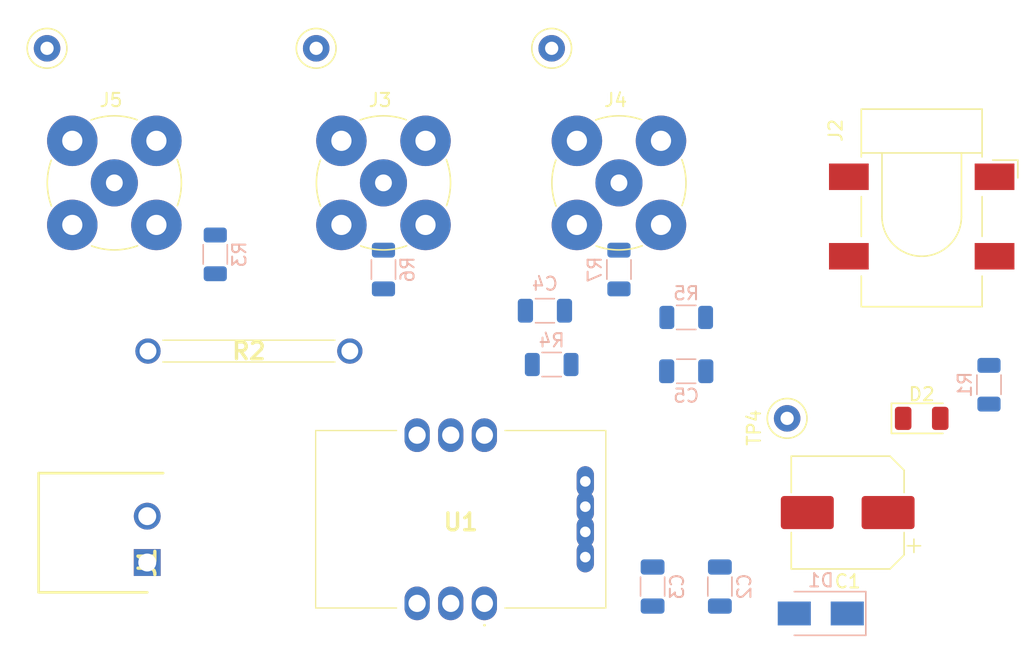
<source format=kicad_pcb>
(kicad_pcb (version 20211014) (generator pcbnew)
  (layers (0 "F.Cu" signal) (31 "B.Cu" signal) (34 "B.Paste" user) (35 "F.Paste" user) (36 "B.SilkS" user "B.Silkscreen") (37 "F.SilkS" user "F.Silkscreen") (38 "B.Mask" user) (39 "F.Mask" user) (44 "Edge.Cuts" user))
  (net 0 "")
  (net 1 "+5V")
  (net 2 "GND")
  (net 3 "/V_Ref")
  (net 4 "/V_Out")
  (net 5 "Net-(D2-Pad2)")
  (net 6 "/Current_in")
  (net 7 "/V_Ref_terminated")
  (net 8 "/V_Out_terminated")
  (net 9 "/Shunt_terminated")
  (net 10 "/Shunt_current")
  (footprint "Custom_library:CASR6NP" (layer "F.Cu") (at 68.58 152.4 180)
    (fp_text reference "U1" (at -0.755 -0.215) (layer "F.SilkS") (effects (font (size 1.27 1.27) (thickness 0.254))))
    (fp_text value "CASR_6-NP" hide)
    (fp_line (start -11.71 6.7) (end -4.09 6.7) (layer "F.SilkS") (width 0.1))
    (fp_line (start 10.2 6.7) (end 4.09 6.7) (layer "F.SilkS") (width 0.1))
    (fp_line (start 4.09 -6.7) (end 10.2 -6.7) (layer "F.SilkS") (width 0.1))
    (fp_line (start 10.2 -6.7) (end 10.2 6.7) (layer "F.SilkS") (width 0.1))
    (fp_line (start -11.71 -6.7) (end -11.71 6.7) (layer "F.SilkS") (width 0.1))
    (fp_line (start -2.5 -8) (end -2.5 -8) (layer "F.SilkS") (width 0.1))
    (fp_line (start -4.09 -6.7) (end -11.71 -6.7) (layer "F.SilkS") (width 0.1))
    (fp_line (start -2.6 -8) (end -2.6 -8) (layer "F.SilkS") (width 0.1))
    (fp_arc (start -2.6 -8) (mid -2.55 -8.05) (end -2.5 -8) (layer "F.SilkS") (width 0.1))
    (fp_arc (start -2.5 -8) (mid -2.55 -7.95) (end -2.6 -8) (layer "F.SilkS") (width 0.1))
    (pad "1" thru_hole oval (at -2.54 -6.35 180) (size 1.9 2.54) (drill 1.3) (layers *.Cu *.Mask) (net 6 "/Current_in"))
    (pad "2" thru_hole oval (at 0 -6.35 180) (size 1.9 2.54) (drill 1.3) (layers *.Cu *.Mask) (net 6 "/Current_in"))
    (pad "3" thru_hole oval (at 2.54 -6.35 180) (size 1.9 2.54) (drill 1.3) (layers *.Cu *.Mask) (net 6 "/Current_in"))
    (pad "8" thru_hole oval (at 2.54 6.35 180) (size 1.9 2.54) (drill 1.3) (layers *.Cu *.Mask) (net 10 "/Shunt_current"))
    (pad "9" thru_hole oval (at 0 6.35 180) (size 1.9 2.54) (drill 1.3) (layers *.Cu *.Mask) (net 10 "/Shunt_current"))
    (pad "10" thru_hole oval (at -2.54 6.35 180) (size 1.9 2.54) (drill 1.3) (layers *.Cu *.Mask) (net 10 "/Shunt_current"))
    (pad "11" thru_hole oval (at -10.16 2.857 180) (size 1.3 2.3) (drill 0.8) (layers *.Cu *.Mask) (net 3 "/V_Ref"))
    (pad "12" thru_hole oval (at -10.16 0.952 180) (size 1.3 2.3) (drill 0.8) (layers *.Cu *.Mask) (net 4 "/V_Out"))
    (pad "13" thru_hole oval (at -10.16 -0.952 180) (size 1.3 2.3) (drill 0.8) (layers *.Cu *.Mask) (net 2 "GND"))
    (pad "14" thru_hole oval (at -10.16 -2.857 180) (size 1.3 2.3) (drill 0.8) (layers *.Cu *.Mask) (net 1 "+5V"))
  )
  (footprint "Custom_library:Shunt_Resistor" (layer "F.Cu") (at 60.96 139.7 180)
    (fp_text reference "R2" (at 7.62 0) (layer "F.SilkS") (effects (font (size 1.27 1.27) (thickness 0.254))))
    (fp_text value "OAR3 - R020FI" hide)
    (fp_line (start 1.12 0.825) (end 14.12 0.825) (layer "F.SilkS") (width 0.1))
    (fp_line (start 1.12 -0.825) (end 14.12 -0.825) (layer "F.SilkS") (width 0.1))
    (pad "1" thru_hole circle (at 0 0 180) (size 1.906 1.906) (drill 1.271) (layers *.Cu *.Mask) (net 10 "/Shunt_current"))
    (pad "2" thru_hole circle (at 15.24 0 180) (size 1.906 1.906) (drill 1.271) (layers *.Cu *.Mask) (net 2 "GND"))
  )
  (footprint "TestPoint:TestPoint_Loop_D2.50mm_Drill1.0mm" (layer "F.Cu") (at 58.42 116.84)
    (fp_text reference "TP2")
    (fp_text value "TestPoint")
    (fp_circle (center 0 0) (end 1.5 0) (layer "F.SilkS") (width 0.12) (fill none))
    (pad "1" thru_hole circle (at 0 0) (size 2 2) (drill 1) (layers *.Cu *.Mask) (net 7 "/V_Ref_terminated"))
  )
  (footprint "TestPoint:TestPoint_Loop_D2.50mm_Drill1.0mm" (layer "F.Cu") (at 38.1 116.84)
    (fp_text reference "TP1")
    (fp_text value "TestPoint")
    (fp_circle (center 0 0) (end 1.5 0) (layer "F.SilkS") (width 0.12) (fill none))
    (pad "1" thru_hole circle (at 0 0) (size 2 2) (drill 1) (layers *.Cu *.Mask) (net 9 "/Shunt_terminated"))
  )
  (footprint "Connector_Coaxial:BNC_TEConnectivity_1478204_Vertical" (layer "F.Cu") (at 43.18 127)
    (fp_text reference "J5" (at -0.25 -6.25) (layer "F.SilkS"))
    (fp_text value "Conn_Coaxial")
    (fp_arc (start -4.75 1.75) (mid -5.062075 0.019867) (end -4.763589 -1.712663) (layer "F.SilkS") (width 0.12))
    (fp_arc (start -1.75 -4.75) (mid -0.019867 -5.062075) (end 1.712663 -4.763589) (layer "F.SilkS") (width 0.12))
    (fp_arc (start 4.75 -1.75) (mid 5.062075 -0.019867) (end 4.763589 1.712663) (layer "F.SilkS") (width 0.12))
    (fp_arc (start 1.75 4.75) (mid 0.019867 5.062075) (end -1.712663 4.763589) (layer "F.SilkS") (width 0.12))
    (pad "1" thru_hole circle (at 0 0) (size 3.556 3.556) (drill 1.27) (layers *.Cu *.Mask) (net 9 "/Shunt_terminated"))
    (pad "2" thru_hole circle (at -3.175 -3.175) (size 3.81 3.81) (drill 1.524) (layers *.Cu *.Mask) (net 2 "GND"))
    (pad "2" thru_hole circle (at -3.175 3.175) (size 3.81 3.81) (drill 1.524) (layers *.Cu *.Mask) (net 2 "GND"))
    (pad "2" thru_hole circle (at 3.175 3.175) (size 3.81 3.81) (drill 1.524) (layers *.Cu *.Mask) (net 2 "GND"))
    (pad "2" thru_hole circle (at 3.175 -3.175) (size 3.81 3.81) (drill 1.524) (layers *.Cu *.Mask) (net 2 "GND"))
  )
  (footprint "TestPoint:TestPoint_Loop_D2.50mm_Drill1.0mm" (layer "F.Cu") (at 76.2 116.84)
    (fp_text reference "TP3")
    (fp_text value "TestPoint")
    (fp_circle (center 0 0) (end 1.5 0) (layer "F.SilkS") (width 0.12) (fill none))
    (pad "1" thru_hole circle (at 0 0) (size 2 2) (drill 1) (layers *.Cu *.Mask) (net 8 "/V_Out_terminated"))
  )
  (footprint "Connector_BarrelJack:BarrelJack_CLIFF_FC681465S_SMT_Horizontal" (layer "F.Cu") (at 104.14 129.54 -90)
    (fp_text reference "J2" (at -6.5 6.5 90) (layer "F.SilkS"))
    (fp_text value "Barrel_Jack_Switch")
    (fp_line (start -1.5 4.56) (end 1.5 4.56) (layer "F.SilkS") (width 0.12))
    (fp_line (start -4.8 3) (end 0 3) (layer "F.SilkS") (width 0.12))
    (fp_line (start -4.8 4.56) (end -4.8 -4.56) (layer "F.SilkS") (width 0.12))
    (fp_line (start -1.5 -4.56) (end 1.5 -4.56) (layer "F.SilkS") (width 0.12))
    (fp_line (start -4.8 -3) (end 0 -3) (layer "F.SilkS") (width 0.12))
    (fp_line (start -8.11 4.56) (end -8.11 -4.56) (layer "F.SilkS") (width 0.12))
    (fp_line (start -4.26 -7.26) (end -4.26 -5.36) (layer "F.SilkS") (width 0.12))
    (fp_line (start 4.5 -4.56) (end 6.81 -4.56) (layer "F.SilkS") (width 0.12))
    (fp_line (start -8.11 4.56) (end -4.5 4.56) (layer "F.SilkS") (width 0.12))
    (fp_line (start -8.11 -4.56) (end -4.5 -4.56) (layer "F.SilkS") (width 0.12))
    (fp_line (start -2.92 -7.26) (end -4.26 -7.26) (layer "F.SilkS") (width 0.12))
    (fp_line (start 6.81 4.56) (end 6.81 -4.56) (layer "F.SilkS") (width 0.12))
    (fp_line (start 4.5 4.56) (end 6.81 4.56) (layer "F.SilkS") (width 0.12))
    (fp_arc (start 0 -3) (mid 3 0) (end 0 3) (layer "F.SilkS") (width 0.12))
    (pad "" np_thru_hole oval (at -2.9 0) (size 2 1.5) (drill oval 2 1.5) (layers *.Cu *.Mask))
    (pad "" np_thru_hole circle (at 1.5 0) (size 2 2) (drill 2) (layers *.Cu *.Mask))
    (pad "1" smd rect (at 3 -5.5) (size 3 2) (layers "F.Cu" "F.Paste" "F.Mask") (net 1 "+5V"))
    (pad "1" smd rect (at -3 -5.5) (size 3 2) (layers "F.Cu" "F.Paste" "F.Mask") (net 1 "+5V"))
    (pad "2" smd rect (at 3 5.5) (size 3 2) (layers "F.Cu" "F.Paste" "F.Mask") (net 2 "GND"))
    (pad "3" smd rect (at -3 5.5) (size 3 2) (layers "F.Cu" "F.Paste" "F.Mask") (net 2 "GND"))
  )
  (footprint "TestPoint:TestPoint_Loop_D2.50mm_Drill1.0mm" (layer "F.Cu") (at 93.98 144.78 -90)
    (fp_text reference "TP4" (at 0.7 2.5 90) (layer "F.SilkS"))
    (fp_text value "TestPoint")
    (fp_circle (center 0 0) (end 1.5 0) (layer "F.SilkS") (width 0.12) (fill none))
    (pad "1" thru_hole circle (at 0 0 270) (size 2 2) (drill 1) (layers *.Cu *.Mask) (net 2 "GND"))
  )
  (footprint "Capacitor_SMD:CP_Elec_8x6.2" (layer "F.Cu") (at 98.552 151.892 180)
    (fp_text reference "C1" (at 0 -5.2) (layer "F.SilkS"))
    (fp_text value "47uF")
    (fp_line (start -4.26 3.195563) (end -4.26 1.51) (layer "F.SilkS") (width 0.12))
    (fp_line (start 4.26 4.26) (end 4.26 1.51) (layer "F.SilkS") (width 0.12))
    (fp_line (start -5.5 -2.51) (end -4.5 -2.51) (layer "F.SilkS") (width 0.12))
    (fp_line (start -4.26 3.195563) (end -3.195563 4.26) (layer "F.SilkS") (width 0.12))
    (fp_line (start 4.26 -4.26) (end 4.26 -1.51) (layer "F.SilkS") (width 0.12))
    (fp_line (start -4.26 -3.195563) (end -3.195563 -4.26) (layer "F.SilkS") (width 0.12))
    (fp_line (start -5 -3.01) (end -5 -2.01) (layer "F.SilkS") (width 0.12))
    (fp_line (start -3.195563 -4.26) (end 4.26 -4.26) (layer "F.SilkS") (width 0.12))
    (fp_line (start -4.26 -3.195563) (end -4.26 -1.51) (layer "F.SilkS") (width 0.12))
    (fp_line (start -3.195563 4.26) (end 4.26 4.26) (layer "F.SilkS") (width 0.12))
    (pad "1" smd roundrect (at -3.05 0 180) (size 4 2.5) (layers "F.Cu" "F.Paste" "F.Mask") (roundrect_rratio 0.1) (net 1 "+5V"))
    (pad "2" smd roundrect (at 3.05 0 180) (size 4 2.5) (layers "F.Cu" "F.Paste" "F.Mask") (roundrect_rratio 0.1) (net 2 "GND"))
  )
  (footprint "Diode_SMD:D_1206_3216Metric" (layer "F.Cu") (at 104.14 144.78)
    (fp_text reference "D2" (at 0 -1.82) (layer "F.SilkS"))
    (fp_text value "GREEN")
    (fp_line (start -2.285 -1.135) (end -2.285 1.135) (layer "F.SilkS") (width 0.12))
    (fp_line (start -2.285 1.135) (end 1.6 1.135) (layer "F.SilkS") (width 0.12))
    (fp_line (start 1.6 -1.135) (end -2.285 -1.135) (layer "F.SilkS") (width 0.12))
    (pad "1" smd roundrect (at -1.4 0) (size 1.25 1.75) (layers "F.Cu" "F.Paste" "F.Mask") (roundrect_rratio 0.2) (net 2 "GND"))
    (pad "2" smd roundrect (at 1.4 0) (size 1.25 1.75) (layers "F.Cu" "F.Paste" "F.Mask") (roundrect_rratio 0.2) (net 5 "Net-(D2-Pad2)"))
  )
  (footprint "Connector_Coaxial:BNC_TEConnectivity_1478204_Vertical" (layer "F.Cu") (at 81.28 127)
    (fp_text reference "J4" (at -0.25 -6.25) (layer "F.SilkS"))
    (fp_text value "Conn_Coaxial")
    (fp_arc (start -4.75 1.75) (mid -5.062075 0.019867) (end -4.763589 -1.712663) (layer "F.SilkS") (width 0.12))
    (fp_arc (start -1.75 -4.75) (mid -0.019867 -5.062075) (end 1.712663 -4.763589) (layer "F.SilkS") (width 0.12))
    (fp_arc (start 4.75 -1.75) (mid 5.062075 -0.019867) (end 4.763589 1.712663) (layer "F.SilkS") (width 0.12))
    (fp_arc (start 1.75 4.75) (mid 0.019867 5.062075) (end -1.712663 4.763589) (layer "F.SilkS") (width 0.12))
    (pad "1" thru_hole circle (at 0 0) (size 3.556 3.556) (drill 1.27) (layers *.Cu *.Mask) (net 8 "/V_Out_terminated"))
    (pad "2" thru_hole circle (at -3.175 -3.175) (size 3.81 3.81) (drill 1.524) (layers *.Cu *.Mask) (net 2 "GND"))
    (pad "2" thru_hole circle (at 3.175 3.175) (size 3.81 3.81) (drill 1.524) (layers *.Cu *.Mask) (net 2 "GND"))
    (pad "2" thru_hole circle (at 3.175 -3.175) (size 3.81 3.81) (drill 1.524) (layers *.Cu *.Mask) (net 2 "GND"))
    (pad "2" thru_hole circle (at -3.175 3.175) (size 3.81 3.81) (drill 1.524) (layers *.Cu *.Mask) (net 2 "GND"))
  )
  (footprint "Custom_library:2_pin_terminal_block_socket" (layer "F.Cu") (at 45.664 155.666 90)
    (fp_text reference "J1" (at 0 0 90) (layer "F.SilkS") (effects (font (size 1.27 1.27) (thickness 0.254))))
    (fp_text value "Screw_Terminal_01x02" hide)
    (fp_line (start -2.25 -8.2) (end 6.75 -8.2) (layer "F.SilkS") (width 0.2))
    (fp_line (start 6.75 -8.2) (end 6.75 1.2) (layer "F.SilkS") (width 0.2))
    (fp_line (start -2.25 0) (end -2.25 -8.2) (layer "F.SilkS") (width 0.2))
    (pad "1" thru_hole rect (at 0 0 90) (size 2.025 2.025) (drill 1.35) (layers *.Cu *.Mask) (net 6 "/Current_in"))
    (pad "2" thru_hole circle (at 3.5 0 90) (size 2.025 2.025) (drill 1.35) (layers *.Cu *.Mask) (net 2 "GND"))
  )
  (footprint "Connector_Coaxial:BNC_TEConnectivity_1478204_Vertical" (layer "F.Cu") (at 63.5 127)
    (fp_text reference "J3" (at -0.25 -6.25) (layer "F.SilkS"))
    (fp_text value "Conn_Coaxial")
    (fp_arc (start -4.75 1.75) (mid -5.062075 0.019867) (end -4.763589 -1.712663) (layer "F.SilkS") (width 0.12))
    (fp_arc (start -1.75 -4.75) (mid -0.019867 -5.062075) (end 1.712663 -4.763589) (layer "F.SilkS") (width 0.12))
    (fp_arc (start 4.75 -1.75) (mid 5.062075 -0.019867) (end 4.763589 1.712663) (layer "F.SilkS") (width 0.12))
    (fp_arc (start 1.75 4.75) (mid 0.019867 5.062075) (end -1.712663 4.763589) (layer "F.SilkS") (width 0.12))
    (pad "1" thru_hole circle (at 0 0) (size 3.556 3.556) (drill 1.27) (layers *.Cu *.Mask) (net 7 "/V_Ref_terminated"))
    (pad "2" thru_hole circle (at 3.175 3.175) (size 3.81 3.81) (drill 1.524) (layers *.Cu *.Mask) (net 2 "GND"))
    (pad "2" thru_hole circle (at -3.175 -3.175) (size 3.81 3.81) (drill 1.524) (layers *.Cu *.Mask) (net 2 "GND"))
    (pad "2" thru_hole circle (at 3.175 -3.175) (size 3.81 3.81) (drill 1.524) (layers *.Cu *.Mask) (net 2 "GND"))
    (pad "2" thru_hole circle (at -3.175 3.175) (size 3.81 3.81) (drill 1.524) (layers *.Cu *.Mask) (net 2 "GND"))
  )
  (footprint "Resistor_SMD:R_1206_3216Metric" (layer "B.Cu") (at 76.2 140.716 180)
    (fp_text reference "R4" (at 0 1.82) (layer "B.SilkS") (effects (justify mirror)))
    (fp_text value "1k")
    (fp_line (start -0.727064 0.91) (end 0.727064 0.91) (layer "B.SilkS") (width 0.12))
    (fp_line (start -0.727064 -0.91) (end 0.727064 -0.91) (layer "B.SilkS") (width 0.12))
    (pad "1" smd roundrect locked (at -1.4625 0 180) (size 1.125 1.75) (layers "B.Cu" "B.Paste" "B.Mask") (roundrect_rratio 0.222222) (net 2 "GND"))
    (pad "2" smd roundrect locked (at 1.4625 0 180) (size 1.125 1.75) (layers "B.Cu" "B.Paste" "B.Mask") (roundrect_rratio 0.222222) (net 3 "/V_Ref"))
  )
  (footprint "Capacitor_SMD:C_1206_3216Metric" (layer "B.Cu") (at 83.82 157.48 90)
    (fp_text reference "C3" (at 0 1.85 90) (layer "B.SilkS") (effects (justify mirror)))
    (fp_text value "1uF")
    (fp_line (start -0.711252 0.91) (end 0.711252 0.91) (layer "B.SilkS") (width 0.12))
    (fp_line (start -0.711252 -0.91) (end 0.711252 -0.91) (layer "B.SilkS") (width 0.12))
    (pad "1" smd roundrect locked (at -1.475 0 90) (size 1.15 1.8) (layers "B.Cu" "B.Paste" "B.Mask") (roundrect_rratio 0.217391) (net 1 "+5V"))
    (pad "2" smd roundrect locked (at 1.475 0 90) (size 1.15 1.8) (layers "B.Cu" "B.Paste" "B.Mask") (roundrect_rratio 0.217391) (net 2 "GND"))
  )
  (footprint "Resistor_SMD:R_1206_3216Metric" (layer "B.Cu") (at 50.8 132.4 90)
    (fp_text reference "R3" (at 0 1.82 90) (layer "B.SilkS") (effects (justify mirror)))
    (fp_text value "50 Ohm")
    (fp_line (start -0.727064 0.91) (end 0.727064 0.91) (layer "B.SilkS") (width 0.12))
    (fp_line (start -0.727064 -0.91) (end 0.727064 -0.91) (layer "B.SilkS") (width 0.12))
    (pad "1" smd roundrect locked (at -1.4625 0 90) (size 1.125 1.75) (layers "B.Cu" "B.Paste" "B.Mask") (roundrect_rratio 0.222222) (net 10 "/Shunt_current"))
    (pad "2" smd roundrect locked (at 1.4625 0 90) (size 1.125 1.75) (layers "B.Cu" "B.Paste" "B.Mask") (roundrect_rratio 0.222222) (net 9 "/Shunt_terminated"))
  )
  (footprint "Resistor_SMD:R_1206_3216Metric" (layer "B.Cu") (at 63.5 133.5425 90)
    (fp_text reference "R6" (at 0 1.82 90) (layer "B.SilkS") (effects (justify mirror)))
    (fp_text value "50 Ohm")
    (fp_line (start -0.727064 -0.91) (end 0.727064 -0.91) (layer "B.SilkS") (width 0.12))
    (fp_line (start -0.727064 0.91) (end 0.727064 0.91) (layer "B.SilkS") (width 0.12))
    (pad "1" smd roundrect locked (at -1.4625 0 90) (size 1.125 1.75) (layers "B.Cu" "B.Paste" "B.Mask") (roundrect_rratio 0.222222) (net 3 "/V_Ref"))
    (pad "2" smd roundrect locked (at 1.4625 0 90) (size 1.125 1.75) (layers "B.Cu" "B.Paste" "B.Mask") (roundrect_rratio 0.222222) (net 7 "/V_Ref_terminated"))
  )
  (footprint "Capacitor_SMD:C_1206_3216Metric" (layer "B.Cu") (at 88.9 157.48 90)
    (fp_text reference "C2" (at 0 1.85 90) (layer "B.SilkS") (effects (justify mirror)))
    (fp_text value "100nF")
    (fp_line (start -0.711252 -0.91) (end 0.711252 -0.91) (layer "B.SilkS") (width 0.12))
    (fp_line (start -0.711252 0.91) (end 0.711252 0.91) (layer "B.SilkS") (width 0.12))
    (pad "1" smd roundrect locked (at -1.475 0 90) (size 1.15 1.8) (layers "B.Cu" "B.Paste" "B.Mask") (roundrect_rratio 0.217391) (net 1 "+5V"))
    (pad "2" smd roundrect locked (at 1.475 0 90) (size 1.15 1.8) (layers "B.Cu" "B.Paste" "B.Mask") (roundrect_rratio 0.217391) (net 2 "GND"))
  )
  (footprint "Resistor_SMD:R_1206_3216Metric" (layer "B.Cu") (at 86.36 137.16 180)
    (fp_text reference "R5" (at 0 1.82) (layer "B.SilkS") (effects (justify mirror)))
    (fp_text value "1k")
    (fp_line (start -0.727064 0.91) (end 0.727064 0.91) (layer "B.SilkS") (width 0.12))
    (fp_line (start -0.727064 -0.91) (end 0.727064 -0.91) (layer "B.SilkS") (width 0.12))
    (pad "1" smd roundrect locked (at -1.4625 0 180) (size 1.125 1.75) (layers "B.Cu" "B.Paste" "B.Mask") (roundrect_rratio 0.222222) (net 2 "GND"))
    (pad "2" smd roundrect locked (at 1.4625 0 180) (size 1.125 1.75) (layers "B.Cu" "B.Paste" "B.Mask") (roundrect_rratio 0.222222) (net 4 "/V_Out"))
  )
  (footprint "Resistor_SMD:R_1206_3216Metric" (layer "B.Cu") (at 81.28 133.5425 -90)
    (fp_text reference "R7" (at 0 1.82 90) (layer "B.SilkS") (effects (justify mirror)))
    (fp_text value "50 Ohm")
    (fp_line (start -0.727064 0.91) (end 0.727064 0.91) (layer "B.SilkS") (width 0.12))
    (fp_line (start -0.727064 -0.91) (end 0.727064 -0.91) (layer "B.SilkS") (width 0.12))
    (pad "1" smd roundrect locked (at -1.4625 0 270) (size 1.125 1.75) (layers "B.Cu" "B.Paste" "B.Mask") (roundrect_rratio 0.222222) (net 4 "/V_Out"))
    (pad "2" smd roundrect locked (at 1.4625 0 270) (size 1.125 1.75) (layers "B.Cu" "B.Paste" "B.Mask") (roundrect_rratio 0.222222) (net 8 "/V_Out_terminated"))
  )
  (footprint "Resistor_SMD:R_1206_3216Metric" (layer "B.Cu") (at 109.22 142.24 -90)
    (fp_text reference "R1" (at 0 1.82 90) (layer "B.SilkS") (effects (justify mirror)))
    (fp_text value "1K")
    (fp_line (start -0.727064 0.91) (end 0.727064 0.91) (layer "B.SilkS") (width 0.12))
    (fp_line (start -0.727064 -0.91) (end 0.727064 -0.91) (layer "B.SilkS") (width 0.12))
    (pad "1" smd roundrect locked (at -1.4625 0 270) (size 1.125 1.75) (layers "B.Cu" "B.Paste" "B.Mask") (roundrect_rratio 0.222222) (net 1 "+5V"))
    (pad "2" smd roundrect locked (at 1.4625 0 270) (size 1.125 1.75) (layers "B.Cu" "B.Paste" "B.Mask") (roundrect_rratio 0.222222) (net 5 "Net-(D2-Pad2)"))
  )
  (footprint "Diode_SMD:D_SMA" (layer "B.Cu") (at 96.52 159.512 180)
    (fp_text reference "D1" (at 0 2.5) (layer "B.SilkS") (effects (justify mirror)))
    (fp_text value "5V6")
    (fp_line (start -3.4 1.65) (end -3.4 -1.65) (layer "B.SilkS") (width 0.12))
    (fp_line (start -3.4 1.65) (end 2 1.65) (layer "B.SilkS") (width 0.12))
    (fp_line (start -3.4 -1.65) (end 2 -1.65) (layer "B.SilkS") (width 0.12))
    (pad "1" smd rect locked (at -2 0 180) (size 2.5 1.8) (layers "B.Cu" "B.Paste" "B.Mask") (net 1 "+5V"))
    (pad "2" smd rect locked (at 2 0 180) (size 2.5 1.8) (layers "B.Cu" "B.Paste" "B.Mask") (net 2 "GND"))
  )
  (footprint "Capacitor_SMD:C_1206_3216Metric" (layer "B.Cu") (at 86.36 141.224)
    (fp_text reference "C5" (at 0 1.85) (layer "B.SilkS") (effects (justify mirror)))
    (fp_text value "1uF")
    (fp_line (start -0.711252 -0.91) (end 0.711252 -0.91) (layer "B.SilkS") (width 0.12))
    (fp_line (start -0.711252 0.91) (end 0.711252 0.91) (layer "B.SilkS") (width 0.12))
    (pad "1" smd roundrect locked (at -1.475 0) (size 1.15 1.8) (layers "B.Cu" "B.Paste" "B.Mask") (roundrect_rratio 0.217391) (net 4 "/V_Out"))
    (pad "2" smd roundrect locked (at 1.475 0) (size 1.15 1.8) (layers "B.Cu" "B.Paste" "B.Mask") (roundrect_rratio 0.217391) (net 2 "GND"))
  )
  (footprint "Capacitor_SMD:C_1206_3216Metric" (layer "B.Cu") (at 75.692 136.652)
    (fp_text reference "C4" (at 0 -2.032) (layer "B.SilkS") (effects (justify mirror)))
    (fp_text value "1uF")
    (fp_line (start -0.711252 -0.91) (end 0.711252 -0.91) (layer "B.SilkS") (width 0.12))
    (fp_line (start -0.711252 0.91) (end 0.711252 0.91) (layer "B.SilkS") (width 0.12))
    (pad "1" smd roundrect locked (at -1.475 0) (size 1.15 1.8) (layers "B.Cu" "B.Paste" "B.Mask") (roundrect_rratio 0.217391) (net 3 "/V_Ref"))
    (pad "2" smd roundrect locked (at 1.475 0) (size 1.15 1.8) (layers "B.Cu" "B.Paste" "B.Mask") (roundrect_rratio 0.217391) (net 2 "GND"))
  )
)
</source>
